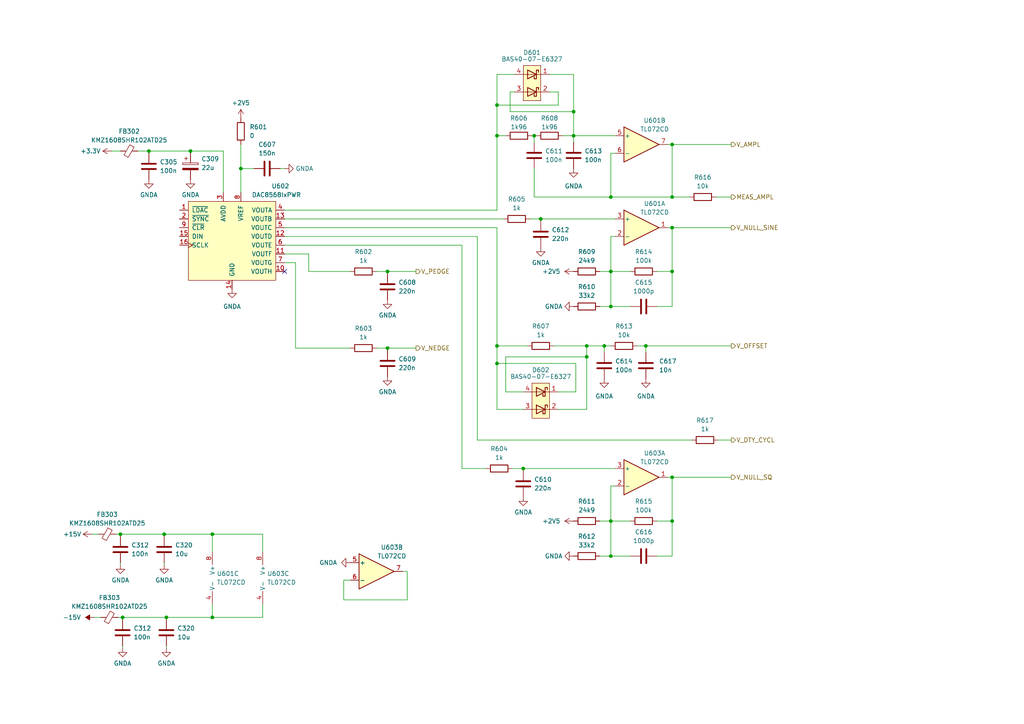
<source format=kicad_sch>
(kicad_sch (version 20230121) (generator eeschema)
  (paper "A4")
  (lib_symbols
    (symbol "Amplifier_Operational:TL072" (pin_names (offset 0.127))
      (property "Reference" "U" (at 0 5.08 0))
      (property "Value" "TL072" (at 0 -5.08 0))
      (symbol "TL072_1_1"
        (polyline (pts (xy -5.08 5.08) (xy 5.08 0) (xy -5.08 -5.08) (xy -5.08 5.08)) (stroke (width 0.254)) (fill (type background)))
        (pin output line (at 7.62 0 180) (length 2.54) (name "~") (number "1"))
        (pin input line (at -7.62 -2.54 0) (length 2.54) (name "-") (number "2"))
        (pin input line (at -7.62 2.54 0) (length 2.54) (name "+") (number "3"))
      )
      (symbol "TL072_2_1"
        (polyline (pts (xy -5.08 5.08) (xy 5.08 0) (xy -5.08 -5.08) (xy -5.08 5.08)) (stroke (width 0.254)) (fill (type background)))
        (pin input line (at -7.62 2.54 0) (length 2.54) (name "+") (number "5"))
        (pin input line (at -7.62 -2.54 0) (length 2.54) (name "-") (number "6"))
        (pin output line (at 7.62 0 180) (length 2.54) (name "~") (number "7"))
      )
      (symbol "TL072_3_1"
        (pin power_in line (at -2.54 -7.62 90) (length 3.81) (name "V-") (number "4"))
        (pin power_in line (at -2.54 7.62 270) (length 3.81) (name "V+") (number "8"))
      )
    )
    (symbol "Device:C" (pin_numbers hide) (pin_names (offset 0.254))
      (property "Reference" "C" (at 0.635 2.54 0))
      (property "Value" "C" (at 0.635 -2.54 0))
      (symbol "C_0_1"
        (polyline (pts (xy -2.032 -0.762) (xy 2.032 -0.762)) (stroke (width 0.508)))
        (polyline (pts (xy -2.032 0.762) (xy 2.032 0.762)) (stroke (width 0.508)))
      )
      (symbol "C_1_1"
        (pin passive line (at 0 3.81 270) (length 2.794) (name "~") (number "1"))
        (pin passive line (at 0 -3.81 90) (length 2.794) (name "~") (number "2"))
      )
    )
    (symbol "Device:C_Polarized" (pin_numbers hide) (pin_names (offset 0.254))
      (property "Reference" "C" (at 0.635 2.54 0))
      (property "Value" "C_Polarized" (at 0.635 -2.54 0))
      (symbol "C_Polarized_0_1"
        (rectangle (start -2.286 0.508) (end 2.286 1.016))
        (polyline (pts (xy -1.778 2.286) (xy -0.762 2.286)))
        (polyline (pts (xy -1.27 2.794) (xy -1.27 1.778)))
        (rectangle (start 2.286 -0.508) (end -2.286 -1.016) (fill (type outline)))
      )
      (symbol "C_Polarized_1_1"
        (pin passive line (at 0 3.81 270) (length 2.794) (name "~") (number "1"))
        (pin passive line (at 0 -3.81 90) (length 2.794) (name "~") (number "2"))
      )
    )
    (symbol "Device:FerriteBead_Small" (pin_numbers hide) (pin_names (offset 0))
      (property "Reference" "FB" (at 1.905 1.27 0))
      (property "Value" "FerriteBead_Small" (at 1.905 -1.27 0))
      (symbol "FerriteBead_Small_0_1"
        (polyline (pts (xy 0 -1.27) (xy 0 -0.7874)))
        (polyline (pts (xy 0 0.889) (xy 0 1.2954)))
        (polyline (pts (xy -1.8288 0.2794) (xy -1.1176 1.4986) (xy 1.8288 -0.2032) (xy 1.1176 -1.4224) (xy -1.8288 0.2794)))
      )
      (symbol "FerriteBead_Small_1_1"
        (pin passive line (at 0 2.54 270) (length 1.27) (name "~") (number "1"))
        (pin passive line (at 0 -2.54 90) (length 1.27) (name "~") (number "2"))
      )
    )
    (symbol "Device:R" (pin_numbers hide) (pin_names (offset 0))
      (property "Reference" "R" (at 2.032 0 90))
      (property "Value" "R" (at 0 0 90))
      (symbol "R_0_1"
        (rectangle (start -1.016 -2.54) (end 1.016 2.54) (stroke (width 0.254)))
      )
      (symbol "R_1_1"
        (pin passive line (at 0 3.81 270) (length 1.27) (name "~") (number "1"))
        (pin passive line (at 0 -3.81 90) (length 1.27) (name "~") (number "2"))
      )
    )
    (symbol "ETH1CFGEN1:BAS40-07-E6327"
      (property "Reference" "D" (at 13.335 5.715 0))
      (property "Value" "BAS40-07-E6327" (at 12.7 3.81 0))
      (symbol "BAS40-07-E6327_0_1"
        (polyline (pts (xy -2.54 -2.54) (xy -2.54 -1.27)))
        (polyline (pts (xy -2.54 1.27) (xy -2.54 -1.27)))
        (polyline (pts (xy -2.54 1.27) (xy -2.54 2.54)))
        (polyline (pts (xy 2.54 -2.54) (xy 2.54 -1.27)))
        (polyline (pts (xy 2.54 1.27) (xy 2.54 -1.27)))
        (polyline (pts (xy 2.54 1.27) (xy 2.54 2.54)))
        (polyline (pts (xy -3.81 1.27) (xy -1.27 1.27) (xy -2.54 -1.27) (xy -3.81 1.27)) (stroke (width 0.254)))
        (polyline (pts (xy 1.27 1.27) (xy 3.81 1.27) (xy 2.54 -1.27) (xy 1.27 1.27)) (stroke (width 0.254)))
        (polyline (pts (xy -3.175 -1.905) (xy -3.81 -1.905) (xy -3.81 -1.27) (xy -1.27 -1.27) (xy -1.27 -0.635) (xy -1.905 -0.635)) (stroke (width 0.254)))
        (polyline (pts (xy 1.905 -1.905) (xy 1.27 -1.905) (xy 1.27 -1.27) (xy 3.81 -1.27) (xy 3.81 -0.635) (xy 3.175 -0.635)) (stroke (width 0.254)))
      )
      (symbol "BAS40-07-E6327_1_1"
        (rectangle (start -5.08 2.54) (end 5.08 -2.54) (fill (type background)))
        (pin passive line (at -2.54 -5.08 90) (length 2.54) (name "") (number "1"))
        (pin passive line (at 2.54 -5.08 90) (length 2.54) (name "") (number "2"))
        (pin passive line (at 2.54 5.08 270) (length 2.54) (name "") (number "3"))
        (pin passive line (at -2.54 5.08 270) (length 2.54) (name "") (number "4"))
      )
    )
    (symbol "ETH1CFGEN1:DAC8568IxPWR" (pin_names (offset 1.016))
      (property "Reference" "U" (at 11.43 15.24 0))
      (property "Value" "DAC8568IxPWR" (at 11.43 12.7 0))
      (symbol "DAC8568IxPWR_0_1"
        (rectangle (start -12.7 11.43) (end 12.7 -11.43) (fill (type background)))
      )
      (symbol "DAC8568IxPWR_1_1"
        (pin input line (at -15.24 8.89 0) (length 2.54) (name "~{LDAC}") (number "1"))
        (pin output line (at 15.24 -8.89 180) (length 2.54) (name "VOUTH") (number "10"))
        (pin output line (at 15.24 -3.81 180) (length 2.54) (name "VOUTF") (number "11"))
        (pin output line (at 15.24 1.27 180) (length 2.54) (name "VOUTD") (number "12"))
        (pin output line (at 15.24 6.35 180) (length 2.54) (name "VOUTB") (number "13"))
        (pin passive line (at 0 -13.97 90) (length 2.54) (name "GND") (number "14"))
        (pin input line (at -15.24 1.27 0) (length 2.54) (name "DIN") (number "15"))
        (pin input clock (at -15.24 -1.27 0) (length 2.54) (name "SCLK") (number "16"))
        (pin input line (at -15.24 6.35 0) (length 2.54) (name "~{SYNC}") (number "2"))
        (pin passive line (at -2.54 13.97 270) (length 2.54) (name "AVDD") (number "3"))
        (pin output line (at 15.24 8.89 180) (length 2.54) (name "VOUTA") (number "4"))
        (pin output line (at 15.24 3.81 180) (length 2.54) (name "VOUTC") (number "5"))
        (pin output line (at 15.24 -1.27 180) (length 2.54) (name "VOUTE") (number "6"))
        (pin output line (at 15.24 -6.35 180) (length 2.54) (name "VOUTG") (number "7"))
        (pin passive line (at 2.54 13.97 270) (length 2.54) (name "VREF") (number "8"))
        (pin input line (at -15.24 3.81 0) (length 2.54) (name "~{CLR}") (number "9"))
      )
    )
    (symbol "power:+15V" (power) (pin_names (offset 0))
      (property "Value" "+15V" (at 0 3.556 0))
      (symbol "+15V_0_1"
        (polyline (pts (xy -0.762 1.27) (xy 0 2.54)))
        (polyline (pts (xy 0 0) (xy 0 2.54)))
        (polyline (pts (xy 0 2.54) (xy 0.762 1.27)))
      )
      (symbol "+15V_1_1"
        (pin power_in line (at 0 0 90) (length 0) hide (name "+15V") (number "1"))
      )
    )
    (symbol "power:+2V5" (power) (pin_names (offset 0))
      (property "Value" "+2V5" (at 0 3.556 0))
      (symbol "+2V5_0_1"
        (polyline (pts (xy -0.762 1.27) (xy 0 2.54)))
        (polyline (pts (xy 0 0) (xy 0 2.54)))
        (polyline (pts (xy 0 2.54) (xy 0.762 1.27)))
      )
      (symbol "+2V5_1_1"
        (pin power_in line (at 0 0 90) (length 0) hide (name "+2V5") (number "1"))
      )
    )
    (symbol "power:+3.3V" (power) (pin_names (offset 0))
      (property "Value" "+3.3V" (at 0 3.556 0))
      (symbol "+3.3V_0_1"
        (polyline (pts (xy -0.762 1.27) (xy 0 2.54)))
        (polyline (pts (xy 0 0) (xy 0 2.54)))
        (polyline (pts (xy 0 2.54) (xy 0.762 1.27)))
      )
      (symbol "+3.3V_1_1"
        (pin power_in line (at 0 0 90) (length 0) hide (name "+3.3V") (number "1"))
      )
    )
    (symbol "power:-15V" (power) (pin_names (offset 0))
      (property "Value" "-15V" (at 0 3.81 0))
      (symbol "-15V_0_0"
        (pin power_in line (at 0 0 90) (length 0) hide (name "-15V") (number "1"))
      )
      (symbol "-15V_0_1"
        (polyline (pts (xy 0 0) (xy 0 1.27) (xy 0.762 1.27) (xy 0 2.54) (xy -0.762 1.27) (xy 0 1.27)) (fill (type outline)))
      )
    )
    (symbol "power:GNDA" (power) (pin_names (offset 0))
      (property "Value" "GNDA" (at 0 -3.81 0))
      (symbol "GNDA_0_1"
        (polyline (pts (xy 0 0) (xy 0 -1.27) (xy 1.27 -1.27) (xy 0 -2.54) (xy -1.27 -1.27) (xy 0 -1.27)))
      )
      (symbol "GNDA_1_1"
        (pin power_in line (at 0 0 270) (length 0) hide (name "GNDA") (number "1"))
      )
    )
  )
  (junction (at 55.245 43.815))
  (junction (at 194.945 138.43))
  (junction (at 43.18 43.815))
  (junction (at 154.94 39.37))
  (junction (at 69.85 48.895))
  (junction (at 144.145 30.48))
  (junction (at 112.395 78.74))
  (junction (at 47.625 154.94))
  (junction (at 34.925 154.94))
  (junction (at 61.595 179.07))
  (junction (at 170.18 100.33))
  (junction (at 177.165 57.15))
  (junction (at 177.165 161.29))
  (junction (at 177.165 78.74))
  (junction (at 194.945 78.74))
  (junction (at 144.145 39.37))
  (junction (at 194.945 66.04))
  (junction (at 177.165 151.13))
  (junction (at 194.945 41.91))
  (junction (at 156.845 63.5))
  (junction (at 61.595 154.94))
  (junction (at 144.145 105.41))
  (junction (at 35.56 179.07))
  (junction (at 194.945 151.13))
  (junction (at 151.765 135.89))
  (junction (at 194.945 57.15))
  (junction (at 166.37 32.385))
  (junction (at 112.395 100.965))
  (junction (at 144.145 100.33))
  (junction (at 166.37 39.37))
  (junction (at 175.26 100.33))
  (junction (at 170.18 103.505))
  (junction (at 48.26 179.07))
  (junction (at 177.165 88.9))
  (junction (at 187.325 100.33))
  (no_connect (at 82.55 78.74))
  (wire (pts (xy 144.145 39.37) (xy 144.145 60.96)))
  (wire (pts (xy 144.145 21.59) (xy 144.145 30.48)))
  (wire (pts (xy 69.85 41.91) (xy 69.85 48.895)))
  (wire (pts (xy 61.595 154.94) (xy 61.595 160.02)))
  (wire (pts (xy 47.625 163.195) (xy 47.625 163.83)))
  (wire (pts (xy 154.94 48.895) (xy 154.94 57.15)))
  (wire (pts (xy 154.94 57.15) (xy 177.165 57.15)))
  (wire (pts (xy 33.655 154.94) (xy 34.925 154.94)))
  (wire (pts (xy 173.99 161.29) (xy 177.165 161.29)))
  (wire (pts (xy 138.43 127.635) (xy 200.66 127.635)))
  (wire (pts (xy 26.67 154.94) (xy 28.575 154.94)))
  (wire (pts (xy 144.145 39.37) (xy 144.145 30.48)))
  (wire (pts (xy 187.325 102.235) (xy 187.325 100.33)))
  (wire (pts (xy 101.6 100.965) (xy 85.725 100.965)))
  (wire (pts (xy 151.765 135.89) (xy 178.435 135.89)))
  (wire (pts (xy 82.55 48.895) (xy 81.28 48.895)))
  (wire (pts (xy 89.535 73.66) (xy 82.55 73.66)))
  (wire (pts (xy 161.925 26.67) (xy 161.925 30.48)))
  (wire (pts (xy 112.395 100.965) (xy 112.395 101.6)))
  (wire (pts (xy 177.165 151.13) (xy 177.165 140.97)))
  (wire (pts (xy 175.26 100.33) (xy 177.165 100.33)))
  (wire (pts (xy 146.685 113.665) (xy 146.685 103.505)))
  (wire (pts (xy 61.595 179.07) (xy 76.2 179.07)))
  (wire (pts (xy 194.945 41.91) (xy 212.09 41.91)))
  (wire (pts (xy 194.945 138.43) (xy 193.675 138.43)))
  (wire (pts (xy 194.945 66.04) (xy 212.09 66.04)))
  (wire (pts (xy 64.77 43.815) (xy 55.245 43.815)))
  (wire (pts (xy 118.11 173.99) (xy 118.11 165.735)))
  (wire (pts (xy 47.625 154.94) (xy 61.595 154.94)))
  (wire (pts (xy 146.685 103.505) (xy 170.18 103.505)))
  (wire (pts (xy 173.99 78.74) (xy 177.165 78.74)))
  (wire (pts (xy 99.695 168.275) (xy 99.695 173.99)))
  (wire (pts (xy 48.26 179.07) (xy 48.26 179.705)))
  (wire (pts (xy 154.94 39.37) (xy 155.575 39.37)))
  (wire (pts (xy 161.925 113.665) (xy 167.005 113.665)))
  (wire (pts (xy 177.165 88.9) (xy 182.88 88.9)))
  (wire (pts (xy 182.88 151.13) (xy 177.165 151.13)))
  (wire (pts (xy 177.165 57.15) (xy 177.165 44.45)))
  (wire (pts (xy 27.305 179.07) (xy 29.21 179.07)))
  (wire (pts (xy 144.145 100.33) (xy 153.035 100.33)))
  (wire (pts (xy 147.955 32.385) (xy 166.37 32.385)))
  (wire (pts (xy 194.945 78.74) (xy 194.945 66.04)))
  (wire (pts (xy 184.785 100.33) (xy 187.325 100.33)))
  (wire (pts (xy 175.26 102.235) (xy 175.26 100.33)))
  (wire (pts (xy 133.985 135.89) (xy 133.985 71.12)))
  (wire (pts (xy 159.385 21.59) (xy 166.37 21.59)))
  (wire (pts (xy 177.165 140.97) (xy 178.435 140.97)))
  (wire (pts (xy 190.5 151.13) (xy 194.945 151.13)))
  (wire (pts (xy 144.145 60.96) (xy 82.55 60.96)))
  (wire (pts (xy 34.29 179.07) (xy 35.56 179.07)))
  (wire (pts (xy 82.55 63.5) (xy 146.05 63.5)))
  (wire (pts (xy 173.99 151.13) (xy 177.165 151.13)))
  (wire (pts (xy 194.945 88.9) (xy 194.945 78.74)))
  (wire (pts (xy 82.55 71.12) (xy 133.985 71.12)))
  (wire (pts (xy 40.005 43.815) (xy 43.18 43.815)))
  (wire (pts (xy 149.225 26.67) (xy 147.955 26.67)))
  (wire (pts (xy 207.645 57.15) (xy 212.09 57.15)))
  (wire (pts (xy 177.165 88.9) (xy 177.165 78.74)))
  (wire (pts (xy 112.395 78.74) (xy 120.65 78.74)))
  (wire (pts (xy 35.56 179.07) (xy 48.26 179.07)))
  (wire (pts (xy 190.5 161.29) (xy 194.945 161.29)))
  (wire (pts (xy 64.77 55.88) (xy 64.77 43.815)))
  (wire (pts (xy 167.005 105.41) (xy 144.145 105.41)))
  (wire (pts (xy 160.655 100.33) (xy 170.18 100.33)))
  (wire (pts (xy 170.18 118.745) (xy 161.925 118.745)))
  (wire (pts (xy 166.37 39.37) (xy 163.195 39.37)))
  (wire (pts (xy 159.385 26.67) (xy 161.925 26.67)))
  (wire (pts (xy 34.925 163.195) (xy 34.925 163.83)))
  (wire (pts (xy 177.165 161.29) (xy 182.88 161.29)))
  (wire (pts (xy 156.845 63.5) (xy 178.435 63.5)))
  (wire (pts (xy 144.145 105.41) (xy 144.145 100.33)))
  (wire (pts (xy 133.985 135.89) (xy 140.97 135.89)))
  (wire (pts (xy 48.26 187.325) (xy 48.26 187.96)))
  (wire (pts (xy 35.56 187.325) (xy 35.56 187.96)))
  (wire (pts (xy 166.37 39.37) (xy 166.37 41.275)))
  (wire (pts (xy 34.925 154.94) (xy 34.925 155.575)))
  (wire (pts (xy 190.5 88.9) (xy 194.945 88.9)))
  (wire (pts (xy 48.26 179.07) (xy 61.595 179.07)))
  (wire (pts (xy 194.945 151.13) (xy 194.945 138.43)))
  (wire (pts (xy 166.37 21.59) (xy 166.37 32.385)))
  (wire (pts (xy 166.37 32.385) (xy 166.37 39.37)))
  (wire (pts (xy 43.18 43.815) (xy 55.245 43.815)))
  (wire (pts (xy 161.925 30.48) (xy 144.145 30.48)))
  (wire (pts (xy 170.18 103.505) (xy 170.18 118.745)))
  (wire (pts (xy 61.595 154.94) (xy 76.2 154.94)))
  (wire (pts (xy 101.6 168.275) (xy 99.695 168.275)))
  (wire (pts (xy 177.165 78.74) (xy 177.165 68.58)))
  (wire (pts (xy 173.99 88.9) (xy 177.165 88.9)))
  (wire (pts (xy 177.165 44.45) (xy 178.435 44.45)))
  (wire (pts (xy 99.695 173.99) (xy 118.11 173.99)))
  (wire (pts (xy 112.395 100.965) (xy 120.65 100.965)))
  (wire (pts (xy 154.94 41.275) (xy 154.94 39.37)))
  (wire (pts (xy 177.165 161.29) (xy 177.165 151.13)))
  (wire (pts (xy 170.18 100.33) (xy 170.18 103.505)))
  (wire (pts (xy 69.85 48.895) (xy 69.85 55.88)))
  (wire (pts (xy 118.11 165.735) (xy 116.84 165.735)))
  (wire (pts (xy 101.6 78.74) (xy 89.535 78.74)))
  (wire (pts (xy 194.945 57.15) (xy 194.945 41.91)))
  (wire (pts (xy 144.145 21.59) (xy 149.225 21.59)))
  (wire (pts (xy 177.165 57.15) (xy 194.945 57.15)))
  (wire (pts (xy 194.945 138.43) (xy 212.09 138.43)))
  (wire (pts (xy 156.845 63.5) (xy 156.845 64.135)))
  (wire (pts (xy 76.2 154.94) (xy 76.2 160.02)))
  (wire (pts (xy 69.85 48.895) (xy 73.66 48.895)))
  (wire (pts (xy 151.765 118.745) (xy 144.145 118.745)))
  (wire (pts (xy 187.325 100.33) (xy 212.09 100.33)))
  (wire (pts (xy 138.43 68.58) (xy 138.43 127.635)))
  (wire (pts (xy 208.28 127.635) (xy 212.09 127.635)))
  (wire (pts (xy 89.535 78.74) (xy 89.535 73.66)))
  (wire (pts (xy 35.56 179.07) (xy 35.56 179.705)))
  (wire (pts (xy 61.595 175.26) (xy 61.595 179.07)))
  (wire (pts (xy 177.165 68.58) (xy 178.435 68.58)))
  (wire (pts (xy 32.385 43.815) (xy 34.925 43.815)))
  (wire (pts (xy 154.305 39.37) (xy 154.94 39.37)))
  (wire (pts (xy 151.765 113.665) (xy 146.685 113.665)))
  (wire (pts (xy 112.395 78.74) (xy 112.395 79.375)))
  (wire (pts (xy 109.22 100.965) (xy 112.395 100.965)))
  (wire (pts (xy 82.55 68.58) (xy 138.43 68.58)))
  (wire (pts (xy 144.145 118.745) (xy 144.145 105.41)))
  (wire (pts (xy 144.145 66.04) (xy 144.145 100.33)))
  (wire (pts (xy 85.725 100.965) (xy 85.725 76.2)))
  (wire (pts (xy 166.37 39.37) (xy 178.435 39.37)))
  (wire (pts (xy 194.945 41.91) (xy 193.675 41.91)))
  (wire (pts (xy 85.725 76.2) (xy 82.55 76.2)))
  (wire (pts (xy 175.26 100.33) (xy 170.18 100.33)))
  (wire (pts (xy 194.945 161.29) (xy 194.945 151.13)))
  (wire (pts (xy 148.59 135.89) (xy 151.765 135.89)))
  (wire (pts (xy 190.5 78.74) (xy 194.945 78.74)))
  (wire (pts (xy 47.625 154.94) (xy 47.625 155.575)))
  (wire (pts (xy 82.55 66.04) (xy 144.145 66.04)))
  (wire (pts (xy 182.88 78.74) (xy 177.165 78.74)))
  (wire (pts (xy 34.925 154.94) (xy 47.625 154.94)))
  (wire (pts (xy 194.945 57.15) (xy 200.025 57.15)))
  (wire (pts (xy 147.955 26.67) (xy 147.955 32.385)))
  (wire (pts (xy 43.18 43.815) (xy 43.18 44.45)))
  (wire (pts (xy 55.245 43.815) (xy 55.245 44.45)))
  (wire (pts (xy 167.005 113.665) (xy 167.005 105.41)))
  (wire (pts (xy 194.945 66.04) (xy 193.675 66.04)))
  (wire (pts (xy 151.765 135.89) (xy 151.765 136.525)))
  (wire (pts (xy 109.22 78.74) (xy 112.395 78.74)))
  (wire (pts (xy 76.2 179.07) (xy 76.2 175.26)))
  (wire (pts (xy 146.685 39.37) (xy 144.145 39.37)))
  (wire (pts (xy 153.67 63.5) (xy 156.845 63.5)))
  (hierarchical_label "MEAS_AMPL" (shape output) (at 212.09 57.15 0))
  (hierarchical_label "V_NULL_SQ" (shape output) (at 212.09 138.43 0))
  (hierarchical_label "V_OFFSET" (shape output) (at 212.09 100.33 0))
  (hierarchical_label "V_AMPL" (shape output) (at 212.09 41.91 0))
  (hierarchical_label "V_DTY_CYCL" (shape output) (at 212.09 127.635 0))
  (hierarchical_label "V_NEDGE" (shape output) (at 120.65 100.965 0))
  (hierarchical_label "V_NULL_SINE" (shape output) (at 212.09 66.04 0))
  (hierarchical_label "V_PEDGE" (shape output) (at 120.65 78.74 0))
  (symbol (lib_id "Device:C") (at 35.56 183.515 0) (unit 1)
    (property "Reference" "C312" (at 38.735 182.245 0) (effects (justify left)))
    (property "Value" "100n" (at 38.735 184.785 0) (effects (justify left)))
    (property "Footprint" "Capacitor_SMD:C_0603_1608Metric_Pad1.08x0.95mm_HandSolder" (effects hide))
    (instances (project "ETH1CFGEN1B" (path "" (reference "C312") (unit 1)) (path "" (reference "C602") (unit 1))) (project "ETH1CFGEN1A" (path "" (reference "C1012") (unit 1))))
  )
  (symbol (lib_id "Device:C") (at 156.845 67.945 0) (unit 1)
    (property "Reference" "C612" (at 160.02 66.675 0) (effects (justify left)))
    (property "Value" "220n" (at 160.02 69.215 0) (effects (justify left)))
  )
  (symbol (lib_id "Device:R") (at 156.845 100.33 90) (unit 1)
    (property "Reference" "R607" (at 156.845 94.615 90))
    (property "Value" "1k" (at 156.845 97.155 90))
  )
  (symbol (lib_id "Device:R") (at 105.41 100.965 90) (unit 1)
    (property "Reference" "R603" (at 105.41 95.25 90))
    (property "Value" "1k" (at 105.41 97.79 90))
  )
  (symbol (lib_id "power:GNDA") (at 187.325 109.855 0) (unit 1)
    (property "Reference" "#PWR0624" (effects hide))
    (property "Value" "GNDA" (at 187.325 114.935 0))
  )
  (symbol (lib_id "Amplifier_Operational:TL072") (at 78.74 167.64 0) (unit 3)
    (property "Reference" "U603" (at 77.47 166.37 0) (effects (justify left)))
    (property "Value" "TL072CD" (at 77.47 168.91 0) (effects (justify left)))
    (property "Datasheet" "http://www.ti.com/lit/ds/symlink/tl071.pdf" (effects hide))
  )
  (symbol (lib_id "power:-15V") (at 27.305 179.07 90) (unit 1)
    (property "Reference" "#PWR0602" (effects hide))
    (property "Value" "-15V" (at 23.495 179.07 90) (effects (justify left)))
  )
  (symbol (lib_id "Device:R") (at 159.385 39.37 90) (unit 1)
    (property "Reference" "R608" (at 159.385 34.29 90))
    (property "Value" "1k96" (at 159.385 36.83 90))
  )
  (symbol (lib_id "Device:C") (at 34.925 159.385 0) (unit 1)
    (property "Reference" "C312" (at 38.1 158.115 0) (effects (justify left)))
    (property "Value" "100n" (at 38.1 160.655 0) (effects (justify left)))
    (property "Footprint" "Capacitor_SMD:C_0603_1608Metric_Pad1.08x0.95mm_HandSolder" (effects hide))
    (instances (project "ETH1CFGEN1B" (path "" (reference "C312") (unit 1)) (path "" (reference "C601") (unit 1))) (project "ETH1CFGEN1A" (path "" (reference "C1012") (unit 1))))
  )
  (symbol (lib_id "power:GNDA") (at 166.37 88.9 270) (unit 1)
    (property "Reference" "#PWR0620" (effects hide))
    (property "Value" "GNDA" (at 163.195 88.9 90) (effects (justify right)))
  )
  (symbol (lib_id "power:GNDA") (at 101.6 163.195 270) (unit 1)
    (property "Reference" "#PWR0338" (effects hide))
    (property "Value" "GNDA" (at 97.79 163.195 90) (effects (justify right)))
    (instances (project "ETH1CFGEN1B" (path "" (reference "#PWR0338") (unit 1)) (path "" (reference "#PWR0613") (unit 1))) (project "ETH1CFGEN1A" (path "" (reference "#PWR01038") (unit 1))))
  )
  (symbol (lib_id "power:GNDA") (at 166.37 161.29 270) (unit 1)
    (property "Reference" "#PWR0622" (effects hide))
    (property "Value" "GNDA" (at 163.195 161.29 90) (effects (justify right)))
  )
  (symbol (lib_id "Device:FerriteBead_Small") (at 31.75 179.07 90) (unit 1)
    (property "Reference" "FB303" (at 31.75 173.355 90))
    (property "Value" "KMZ1608SHR102ATD25" (at 31.75 175.895 90))
    (property "Footprint" "Inductor_SMD:L_0603_1608Metric_Pad1.05x0.95mm_HandSolder" (effects hide))
    (instances (project "ETH1CFGEN1B" (path "" (reference "FB303") (unit 1)) (path "" (reference "FB602") (unit 1))) (project "ETH1CFGEN1A" (path "" (reference "FB1003") (unit 1))))
  )
  (symbol (lib_id "power:+2V5") (at 166.37 151.13 90) (unit 1)
    (property "Reference" "#PWR0621" (effects hide))
    (property "Value" "+2V5" (at 162.56 151.13 90) (effects (justify left)))
  )
  (symbol (lib_id "Device:R") (at 105.41 78.74 90) (unit 1)
    (property "Reference" "R602" (at 105.41 73.025 90))
    (property "Value" "1k" (at 105.41 75.565 90))
  )
  (symbol (lib_id "Device:R") (at 170.18 161.29 90) (unit 1)
    (property "Reference" "R612" (at 170.18 155.575 90))
    (property "Value" "33k2" (at 170.18 158.115 90))
  )
  (symbol (lib_id "power:GNDA") (at 34.925 163.83 0) (unit 1)
    (property "Reference" "#PWR0335" (effects hide))
    (property "Value" "GNDA" (at 34.925 168.275 0))
    (instances (project "ETH1CFGEN1B" (path "" (reference "#PWR0335") (unit 1)) (path "" (reference "#PWR0604") (unit 1))) (project "ETH1CFGEN1A" (path "" (reference "#PWR01035") (unit 1))))
  )
  (symbol (lib_id "Device:C") (at 43.18 48.26 0) (unit 1)
    (property "Reference" "C305" (at 46.355 46.99 0) (effects (justify left)))
    (property "Value" "100n" (at 46.355 49.53 0) (effects (justify left)))
    (property "Footprint" "Capacitor_SMD:C_0603_1608Metric_Pad1.08x0.95mm_HandSolder" (effects hide))
    (instances (project "ETH1CFGEN1B" (path "" (reference "C305") (unit 1)) (path "" (reference "C603") (unit 1))) (project "ETH1CFGEN1A" (path "" (reference "C1005") (unit 1))))
  )
  (symbol (lib_id "ETH1CFGEN1:BAS40-07-E6327") (at 154.305 24.13 90) (mirror x) (unit 1)
    (property "Reference" "D601" (at 154.305 15.24 90))
    (property "Value" "BAS40-07-E6327" (at 154.305 17.145 90))
    (property "Footprint" "Package_TO_SOT_SMD:SOT-143" (effects hide))
  )
  (symbol (lib_id "Device:R") (at 170.18 78.74 90) (unit 1)
    (property "Reference" "R609" (at 170.18 73.025 90))
    (property "Value" "24k9" (at 170.18 75.565 90))
  )
  (symbol (lib_id "power:GNDA") (at 112.395 86.995 0) (unit 1)
    (property "Reference" "#PWR0614" (effects hide))
    (property "Value" "GNDA" (at 112.395 91.44 0))
  )
  (symbol (lib_id "power:GNDA") (at 112.395 109.22 0) (unit 1)
    (property "Reference" "#PWR0615" (effects hide))
    (property "Value" "GNDA" (at 112.395 113.665 0))
  )
  (symbol (lib_id "Device:R") (at 170.18 151.13 90) (unit 1)
    (property "Reference" "R611" (at 170.18 145.415 90))
    (property "Value" "24k9" (at 170.18 147.955 90))
  )
  (symbol (lib_id "power:+2V5") (at 166.37 78.74 90) (unit 1)
    (property "Reference" "#PWR0619" (effects hide))
    (property "Value" "+2V5" (at 162.56 78.74 90) (effects (justify left)))
  )
  (symbol (lib_id "Device:R") (at 186.69 151.13 90) (unit 1)
    (property "Reference" "R615" (at 186.69 145.415 90))
    (property "Value" "100k" (at 186.69 147.955 90))
  )
  (symbol (lib_id "Device:C") (at 186.69 161.29 90) (unit 1)
    (property "Reference" "C616" (at 186.69 154.305 90))
    (property "Value" "1000p" (at 186.69 156.845 90))
  )
  (symbol (lib_id "Device:C") (at 175.26 106.045 0) (unit 1)
    (property "Reference" "C614" (at 178.435 104.775 0) (effects (justify left)))
    (property "Value" "100n" (at 178.435 107.315 0) (effects (justify left)))
  )
  (symbol (lib_id "Device:C") (at 154.94 45.085 0) (unit 1)
    (property "Reference" "C611" (at 158.115 43.815 0) (effects (justify left)))
    (property "Value" "100n" (at 158.115 46.355 0) (effects (justify left)))
  )
  (symbol (lib_id "Device:C") (at 77.47 48.895 270) (mirror x) (unit 1)
    (property "Reference" "C607" (at 77.47 41.91 90))
    (property "Value" "150n" (at 77.47 44.45 90))
  )
  (symbol (lib_id "Device:R") (at 203.835 57.15 90) (unit 1)
    (property "Reference" "R616" (at 203.835 51.435 90))
    (property "Value" "10k" (at 203.835 53.975 90))
  )
  (symbol (lib_id "Device:C_Polarized") (at 55.245 48.26 0) (unit 1)
    (property "Reference" "C309" (at 58.42 46.101 0) (effects (justify left)))
    (property "Value" "22u" (at 58.42 48.641 0) (effects (justify left)))
    (instances (project "ETH1CFGEN1B" (path "" (reference "C309") (unit 1)) (path "" (reference "C606") (unit 1))) (project "ETH1CFGEN1A" (path "" (reference "C1069") (unit 1))))
  )
  (symbol (lib_id "ETH1CFGEN1:BAS40-07-E6327") (at 156.845 116.205 90) (mirror x) (unit 1)
    (property "Reference" "D602" (at 156.845 107.315 90))
    (property "Value" "BAS40-07-E6327" (at 156.845 109.22 90))
    (property "Footprint" "Package_TO_SOT_SMD:SOT-143" (effects hide))
  )
  (symbol (lib_id "Amplifier_Operational:TL072") (at 186.055 41.91 0) (unit 2)
    (property "Reference" "U601" (at 189.865 34.925 0))
    (property "Value" "TL072CD" (at 189.865 37.465 0))
    (property "Datasheet" "http://www.ti.com/lit/ds/symlink/tl071.pdf" (effects hide))
  )
  (symbol (lib_id "Device:R") (at 149.86 63.5 90) (unit 1)
    (property "Reference" "R605" (at 149.86 57.785 90))
    (property "Value" "1k" (at 149.86 60.325 90))
  )
  (symbol (lib_id "ETH1CFGEN1:DAC8568IxPWR") (at 67.31 69.85 0) (unit 1)
    (property "Reference" "U602" (at 78.74 53.975 0) (effects (justify left)))
    (property "Value" "DAC8568IxPWR" (at 73.025 56.515 0) (effects (justify left)))
  )
  (symbol (lib_id "Device:FerriteBead_Small") (at 37.465 43.815 90) (unit 1)
    (property "Reference" "FB302" (at 37.465 38.1 90))
    (property "Value" "KMZ1608SHR102ATD25" (at 37.465 40.64 90))
    (property "Footprint" "Inductor_SMD:L_0603_1608Metric_Pad1.05x0.95mm_HandSolder" (effects hide))
    (instances (project "ETH1CFGEN1B" (path "" (reference "FB302") (unit 1)) (path "" (reference "FB603") (unit 1))) (project "ETH1CFGEN1A" (path "" (reference "FB1002") (unit 1))))
  )
  (symbol (lib_id "power:+3.3V") (at 32.385 43.815 90) (unit 1)
    (property "Reference" "#PWR0319" (effects hide))
    (property "Value" "+3.3V" (at 29.21 43.815 90) (effects (justify left)))
    (instances (project "ETH1CFGEN1B" (path "" (reference "#PWR0319") (unit 1)) (path "" (reference "#PWR0603") (unit 1))) (project "ETH1CFGEN1A" (path "" (reference "#PWR01019") (unit 1))))
  )
  (symbol (lib_id "Device:R") (at 150.495 39.37 90) (unit 1)
    (property "Reference" "R606" (at 150.495 34.29 90))
    (property "Value" "1k96" (at 150.495 36.83 90))
  )
  (symbol (lib_id "Amplifier_Operational:TL072") (at 64.135 167.64 0) (unit 3)
    (property "Reference" "U601" (at 62.865 166.37 0) (effects (justify left)))
    (property "Value" "TL072CD" (at 62.865 168.91 0) (effects (justify left)))
    (property "Datasheet" "http://www.ti.com/lit/ds/symlink/tl071.pdf" (effects hide))
  )
  (symbol (lib_id "Amplifier_Operational:TL072") (at 109.22 165.735 0) (unit 2)
    (property "Reference" "U603" (at 113.665 158.75 0))
    (property "Value" "TL072CD" (at 113.665 161.29 0))
    (property "Datasheet" "http://www.ti.com/lit/ds/symlink/tl071.pdf" (effects hide))
  )
  (symbol (lib_id "power:+2V5") (at 69.85 34.29 0) (unit 1)
    (property "Reference" "#PWR0611" (effects hide))
    (property "Value" "+2V5" (at 69.85 29.845 0))
  )
  (symbol (lib_id "Device:R") (at 186.69 78.74 90) (unit 1)
    (property "Reference" "R614" (at 186.69 73.025 90))
    (property "Value" "100k" (at 186.69 75.565 90))
  )
  (symbol (lib_id "power:GNDA") (at 166.37 48.895 0) (unit 1)
    (property "Reference" "#PWR0618" (effects hide))
    (property "Value" "GNDA" (at 166.37 53.975 0))
  )
  (symbol (lib_id "power:GNDA") (at 67.31 83.82 0) (unit 1)
    (property "Reference" "#PWR0610" (effects hide))
    (property "Value" "GNDA" (at 67.31 88.9 0))
  )
  (symbol (lib_id "Amplifier_Operational:TL072") (at 186.055 138.43 0) (unit 1)
    (property "Reference" "U603" (at 189.865 131.445 0))
    (property "Value" "TL072CD" (at 189.865 133.985 0))
    (property "Datasheet" "http://www.ti.com/lit/ds/symlink/tl071.pdf" (effects hide))
  )
  (symbol (lib_id "Device:C") (at 47.625 159.385 0) (unit 1)
    (property "Reference" "C320" (at 50.8 158.115 0) (effects (justify left)))
    (property "Value" "10u" (at 50.8 160.655 0) (effects (justify left)))
    (property "Footprint" "Capacitor_SMD:C_1206_3216Metric_Pad1.33x1.80mm_HandSolder" (effects hide))
    (instances (project "ETH1CFGEN1B" (path "" (reference "C320") (unit 1)) (path "" (reference "C604") (unit 1))) (project "ETH1CFGEN1A" (path "" (reference "C1020") (unit 1))))
  )
  (symbol (lib_id "Device:C") (at 151.765 140.335 0) (unit 1)
    (property "Reference" "C610" (at 154.94 139.065 0) (effects (justify left)))
    (property "Value" "220n" (at 154.94 141.605 0) (effects (justify left)))
  )
  (symbol (lib_id "Device:C") (at 112.395 105.41 0) (unit 1)
    (property "Reference" "C609" (at 115.57 104.14 0) (effects (justify left)))
    (property "Value" "220n" (at 115.57 106.68 0) (effects (justify left)))
  )
  (symbol (lib_id "Device:FerriteBead_Small") (at 31.115 154.94 90) (unit 1)
    (property "Reference" "FB303" (at 31.115 149.225 90))
    (property "Value" "KMZ1608SHR102ATD25" (at 31.115 151.765 90))
    (property "Footprint" "Inductor_SMD:L_0603_1608Metric_Pad1.05x0.95mm_HandSolder" (effects hide))
    (instances (project "ETH1CFGEN1B" (path "" (reference "FB303") (unit 1)) (path "" (reference "FB601") (unit 1))) (project "ETH1CFGEN1A" (path "" (reference "FB1003") (unit 1))))
  )
  (symbol (lib_id "Device:R") (at 144.78 135.89 90) (unit 1)
    (property "Reference" "R604" (at 144.78 130.175 90))
    (property "Value" "1k" (at 144.78 132.715 90))
  )
  (symbol (lib_id "power:GNDA") (at 43.18 52.07 0) (unit 1)
    (property "Reference" "#PWR0323" (effects hide))
    (property "Value" "GNDA" (at 43.18 56.515 0))
    (instances (project "ETH1CFGEN1B" (path "" (reference "#PWR0323") (unit 1)) (path "" (reference "#PWR0606") (unit 1))) (project "ETH1CFGEN1A" (path "" (reference "#PWR01023") (unit 1))))
  )
  (symbol (lib_id "power:GNDA") (at 82.55 48.895 90) (mirror x) (unit 1)
    (property "Reference" "#PWR0612" (effects hide))
    (property "Value" "GNDA" (at 85.725 48.895 90) (effects (justify right)))
  )
  (symbol (lib_id "power:GNDA") (at 47.625 163.83 0) (unit 1)
    (property "Reference" "#PWR0338" (effects hide))
    (property "Value" "GNDA" (at 47.625 168.275 0))
    (instances (project "ETH1CFGEN1B" (path "" (reference "#PWR0338") (unit 1)) (path "" (reference "#PWR0607") (unit 1))) (project "ETH1CFGEN1A" (path "" (reference "#PWR01038") (unit 1))))
  )
  (symbol (lib_id "Device:C") (at 186.69 88.9 90) (unit 1)
    (property "Reference" "C615" (at 186.69 81.915 90))
    (property "Value" "1000p" (at 186.69 84.455 90))
  )
  (symbol (lib_id "Device:C") (at 48.26 183.515 0) (unit 1)
    (property "Reference" "C320" (at 51.435 182.245 0) (effects (justify left)))
    (property "Value" "10u" (at 51.435 184.785 0) (effects (justify left)))
    (property "Footprint" "Capacitor_SMD:C_1206_3216Metric_Pad1.33x1.80mm_HandSolder" (effects hide))
    (instances (project "ETH1CFGEN1B" (path "" (reference "C320") (unit 1)) (path "" (reference "C605") (unit 1))) (project "ETH1CFGEN1A" (path "" (reference "C1020") (unit 1))))
  )
  (symbol (lib_id "Amplifier_Operational:TL072") (at 186.055 66.04 0) (unit 1)
    (property "Reference" "U601" (at 189.865 59.055 0))
    (property "Value" "TL072CD" (at 189.865 61.595 0))
    (property "Datasheet" "http://www.ti.com/lit/ds/symlink/tl071.pdf" (effects hide))
  )
  (symbol (lib_id "power:GNDA") (at 35.56 187.96 0) (unit 1)
    (property "Reference" "#PWR0335" (effects hide))
    (property "Value" "GNDA" (at 35.56 192.405 0))
    (instances (project "ETH1CFGEN1B" (path "" (reference "#PWR0335") (unit 1)) (path "" (reference "#PWR0605") (unit 1))) (project "ETH1CFGEN1A" (path "" (reference "#PWR01035") (unit 1))))
  )
  (symbol (lib_id "power:GNDA") (at 175.26 109.855 0) (unit 1)
    (property "Reference" "#PWR0623" (effects hide))
    (property "Value" "GNDA" (at 175.26 114.935 0))
  )
  (symbol (lib_id "power:GNDA") (at 151.765 144.145 0) (unit 1)
    (property "Reference" "#PWR0616" (effects hide))
    (property "Value" "GNDA" (at 151.765 148.59 0))
  )
  (symbol (lib_id "Device:R") (at 180.975 100.33 90) (unit 1)
    (property "Reference" "R613" (at 180.975 94.615 90))
    (property "Value" "10k" (at 180.975 97.155 90))
  )
  (symbol (lib_id "Device:C") (at 112.395 83.185 0) (unit 1)
    (property "Reference" "C608" (at 115.57 81.915 0) (effects (justify left)))
    (property "Value" "220n" (at 115.57 84.455 0) (effects (justify left)))
  )
  (symbol (lib_id "power:GNDA") (at 156.845 71.755 0) (unit 1)
    (property "Reference" "#PWR0617" (effects hide))
    (property "Value" "GNDA" (at 156.845 76.2 0))
  )
  (symbol (lib_id "Device:R") (at 204.47 127.635 90) (unit 1)
    (property "Reference" "R617" (at 204.47 121.92 90))
    (property "Value" "1k" (at 204.47 124.46 90))
  )
  (symbol (lib_id "Device:C") (at 187.325 106.045 0) (unit 1)
    (property "Reference" "C617" (at 191.135 104.775 0) (effects (justify left)))
    (property "Value" "10n" (at 191.135 107.315 0) (effects (justify left)))
  )
  (symbol (lib_id "power:GNDA") (at 55.245 52.07 0) (unit 1)
    (property "Reference" "#PWR0330" (effects hide))
    (property "Value" "GNDA" (at 55.245 56.515 0))
    (instances (project "ETH1CFGEN1B" (path "" (reference "#PWR0330") (unit 1)) (path "" (reference "#PWR0609") (unit 1))) (project "ETH1CFGEN1A" (path "" (reference "#PWR01030") (unit 1))))
  )
  (symbol (lib_id "power:GNDA") (at 48.26 187.96 0) (unit 1)
    (property "Reference" "#PWR0338" (effects hide))
    (property "Value" "GNDA" (at 48.26 192.405 0))
    (instances (project "ETH1CFGEN1B" (path "" (reference "#PWR0338") (unit 1)) (path "" (reference "#PWR0608") (unit 1))) (project "ETH1CFGEN1A" (path "" (reference "#PWR01038") (unit 1))))
  )
  (symbol (lib_id "Device:R") (at 69.85 38.1 0) (unit 1)
    (property "Reference" "R601" (at 72.39 36.83 0) (effects (justify left)))
    (property "Value" "0" (at 72.39 39.37 0) (effects (justify left)))
  )
  (symbol (lib_id "Device:R") (at 170.18 88.9 90) (unit 1)
    (property "Reference" "R610" (at 170.18 83.185 90))
    (property "Value" "33k2" (at 170.18 85.725 90))
  )
  (symbol (lib_id "Device:C") (at 166.37 45.085 0) (unit 1)
    (property "Reference" "C613" (at 169.545 43.815 0) (effects (justify left)))
    (property "Value" "100n" (at 169.545 46.355 0) (effects (justify left)))
  )
  (symbol (lib_id "power:+15V") (at 26.67 154.94 90) (unit 1)
    (property "Reference" "#PWR0332" (effects hide))
    (property "Value" "+15V" (at 20.955 154.94 90))
    (instances (project "ETH1CFGEN1B" (path "" (reference "#PWR0332") (unit 1)) (path "" (reference "#PWR0601") (unit 1))) (project "ETH1CFGEN1A" (path "" (reference "#PWR01032") (unit 1))))
  )
)
</source>
